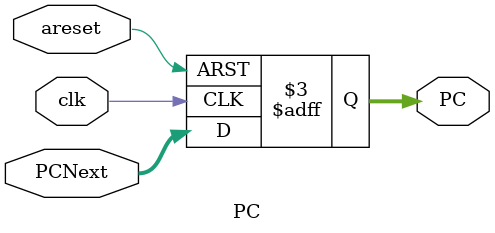
<source format=v>
module PC (
    input       wire                    areset,
    input       wire                    clk,
    input       wire        [31:0]      PCNext,
    output      reg         [31:0]      PC
);

always @(posedge clk or negedge areset) begin
    if (!areset) begin
        PC <= 0;
    end
    else begin
        PC <= PCNext;
    end
end
    
endmodule
</source>
